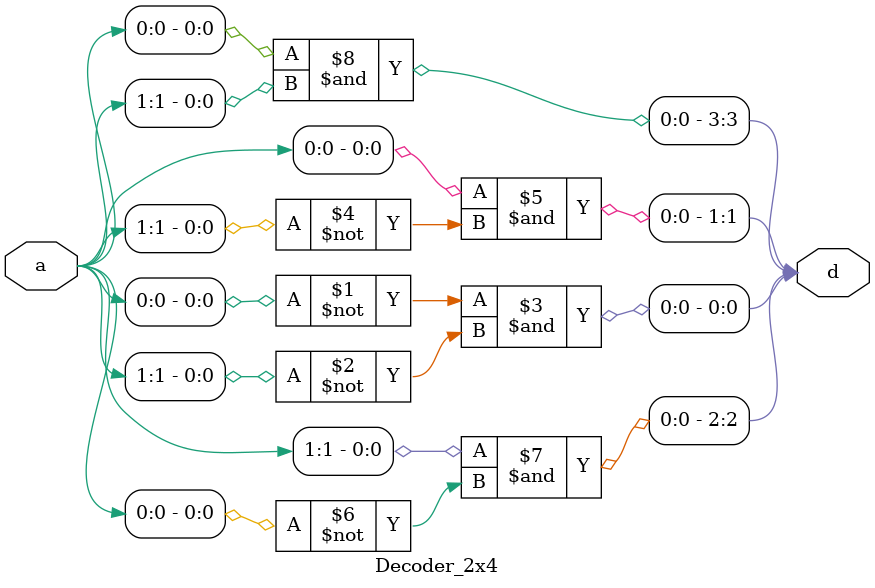
<source format=v>
`timescale 1ns / 1ps

module Decoder_2x4(a,d);
input [1:0]a;
output [3:0]d;

assign d[0] = (~a[0])&(~a[1]);
assign d[1] = a[0]&(~a[1]);
assign d[2] = a[1]&(~a[0]);
assign d[3] = a[0]&a[1];

endmodule

</source>
